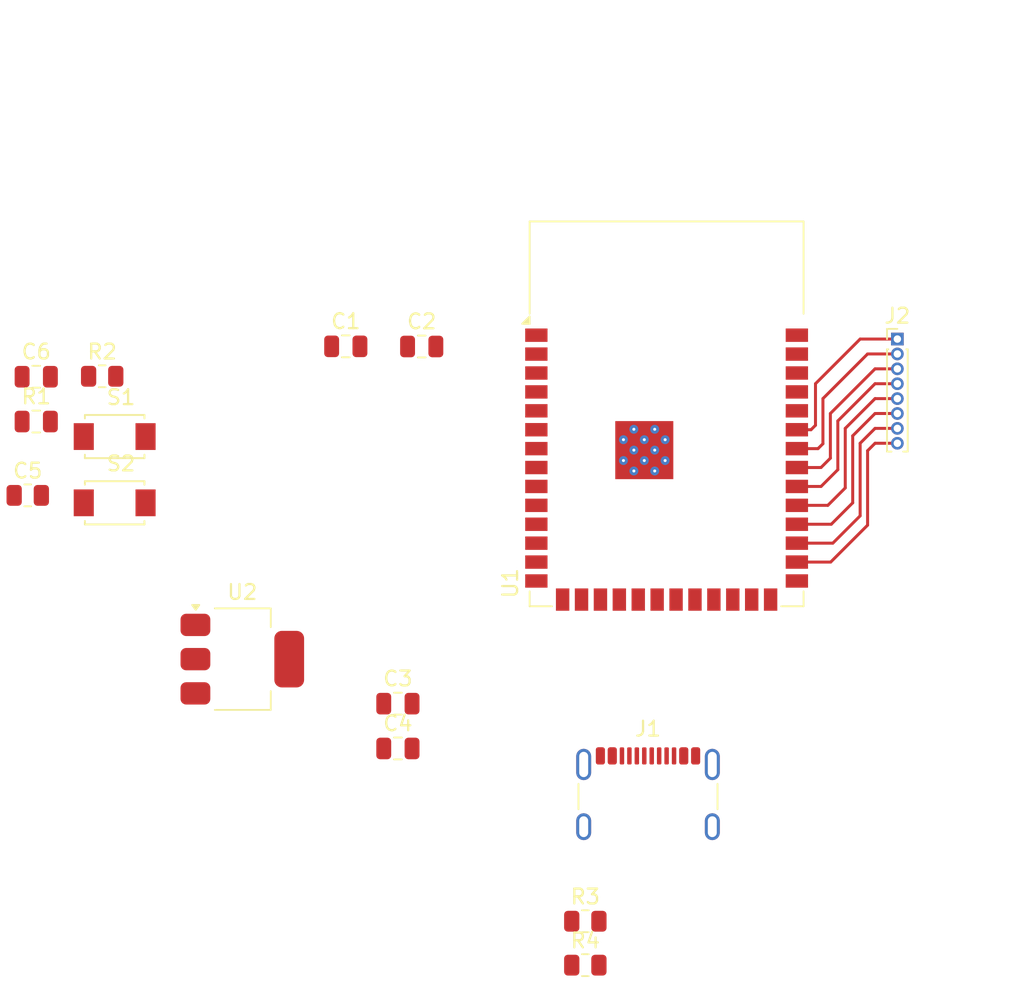
<source format=kicad_pcb>
(kicad_pcb (version 20240108) (generator "pcbnew") (generator_version "8.0")
  (layers (0 "F.Cu" signal) (31 "B.Cu" signal) (34 "B.Paste" user) (35 "F.Paste" user) (36 "B.SilkS" user "B.Silkscreen") (37 "F.SilkS" user "F.Silkscreen") (38 "B.Mask" user) (39 "F.Mask" user) (44 "Edge.Cuts" user))
  (net 0 "")
  (net 14 "EN")
  (net 28 "+3V3")
  (net 29 "GND")
  (net 30 "+5V")
  (net 31 "BOOt")
  (net 32 "Net-(R2-Pad2)")
  (net 33 "D+")
  (net 34 "Net-(J1-CC1)")
  (net 36 "Net-(J1-GND-PadA1)")
  (net 39 "Net-(J1-CC2)")
  (net 40 "D-")
  (net 41 "Net-(J2-Pin_7)")
  (net 42 "Net-(J2-Pin_5)")
  (net 43 "Net-(J2-Pin_4)")
  (net 44 "Net-(J2-Pin_2)")
  (net 45 "Net-(J2-Pin_3)")
  (net 46 "Net-(J2-Pin_1)")
  (net 47 "Net-(J2-Pin_6)")
  (net 48 "Net-(J2-Pin_8)")
  (footprint "TS-1088-AR02016:SW_TS-1088-AR02016" (layer "F.Cu") (at 100.925 83.55)
    (property "Reference" "S1" (at 0.425 -2.635 0) (layer "F.SilkS"))
    (property "Value" "TS-1088-AR02016")
    (fp_line (start -2 -1.45) (end 2 -1.45) (stroke (width 0.127)) (layer "F.SilkS"))
    (fp_line (start -2 -1.22) (end -2 -1.45) (stroke (width 0.127)) (layer "F.SilkS"))
    (fp_line (start -2 1.45) (end -2 1.22) (stroke (width 0.127)) (layer "F.SilkS"))
    (fp_line (start 2 -1.45) (end 2 -1.22) (stroke (width 0.127)) (layer "F.SilkS"))
    (fp_line (start 2 1.45) (end -2 1.45) (stroke (width 0.127)) (layer "F.SilkS"))
    (fp_line (start 2 1.45) (end 2 1.22) (stroke (width 0.127)) (layer "F.SilkS"))
    (pad "1" smd rect (at -2.075 0) (size 1.35 1.8) (layers "F.Cu" "F.Paste" "F.Mask") (net 14 "EN"))
    (pad "2" smd rect (at 2.075 0) (size 1.35 1.8) (layers "F.Cu" "F.Paste" "F.Mask") (net 29 "GND"))
  )
  (footprint "Capacitor_SMD:C_0805_2012Metric" (layer "F.Cu") (at 119.95 104.5)
    (property "Reference" "C4" (at 0 -1.68 0) (layer "F.SilkS"))
    (property "Value" "100nF")
    (fp_line (start -0.261252 -0.735) (end 0.261252 -0.735) (stroke (width 0.12)) (layer "F.SilkS"))
    (fp_line (start -0.261252 0.735) (end 0.261252 0.735) (stroke (width 0.12)) (layer "F.SilkS"))
    (pad "1" smd roundrect (at -0.95 0) (size 1 1.45) (layers "F.Cu" "F.Paste" "F.Mask") (net 28 "+3V3"))
    (pad "2" smd roundrect (at 0.95 0) (size 1 1.45) (layers "F.Cu" "F.Paste" "F.Mask") (net 29 "GND"))
  )
  (footprint "Package_TO_SOT_SMD:SOT-223-3_TabPin2" (layer "F.Cu") (at 109.5 98.5)
    (property "Reference" "U2" (at 0 -4.5 0) (layer "F.SilkS"))
    (property "Value" "AMS1117-3.3")
    (fp_line (start -1.85 -3.41) (end 1.91 -3.41) (stroke (width 0.12)) (layer "F.SilkS"))
    (fp_line (start -1.85 3.41) (end 1.91 3.41) (stroke (width 0.12)) (layer "F.SilkS"))
    (fp_line (start 1.91 -3.41) (end 1.91 -2.15) (stroke (width 0.12)) (layer "F.SilkS"))
    (fp_line (start 1.91 3.41) (end 1.91 2.15) (stroke (width 0.12)) (layer "F.SilkS"))
    (fp_poly (pts (xy -3.13 -3.31) (xy -3.37 -3.64) (xy -2.89 -3.64) (xy -3.13 -3.31)) (stroke (width 0.12)) (fill solid) (layer "F.SilkS"))
    (pad "1" smd roundrect (at -3.15 -2.3) (size 2 1.5) (layers "F.Cu" "F.Paste" "F.Mask") (net 29 "GND"))
    (pad "2" smd roundrect (at -3.15 0) (size 2 1.5) (layers "F.Cu" "F.Paste" "F.Mask") (net 28 "+3V3"))
    (pad "2" smd roundrect (at 3.15 0) (size 2 3.8) (layers "F.Cu" "F.Paste" "F.Mask") (net 28 "+3V3"))
    (pad "3" smd roundrect (at -3.15 2.3) (size 2 1.5) (layers "F.Cu" "F.Paste" "F.Mask") (net 30 "+5V"))
  )
  (footprint "Connector_PinHeader_1.00mm:PinHeader_1x08_P1.00mm_Vertical" (layer "F.Cu") (at 153.5 77)
    (property "Reference" "J2" (at 0 -1.56 0) (layer "F.SilkS"))
    (property "Value" "Conn_01x08_Pin")
    (fp_line (start -0.695 -0.685) (end 0 -0.685) (stroke (width 0.12)) (layer "F.SilkS"))
    (fp_line (start -0.695 0) (end -0.695 -0.685) (stroke (width 0.12)) (layer "F.SilkS"))
    (fp_line (start -0.695 0.685) (end -0.695 7.56) (stroke (width 0.12)) (layer "F.SilkS"))
    (fp_line (start -0.695 0.685) (end -0.608276 0.685) (stroke (width 0.12)) (layer "F.SilkS"))
    (fp_line (start -0.695 7.56) (end -0.394493 7.56) (stroke (width 0.12)) (layer "F.SilkS"))
    (fp_line (start 0.394493 7.56) (end 0.695 7.56) (stroke (width 0.12)) (layer "F.SilkS"))
    (fp_line (start 0.608276 0.685) (end 0.695 0.685) (stroke (width 0.12)) (layer "F.SilkS"))
    (fp_line (start 0.695 0.685) (end 0.695 7.56) (stroke (width 0.12)) (layer "F.SilkS"))
    (pad "1" thru_hole rect (at 0 0) (size 0.85 0.85) (drill 0.5) (layers "*.Cu" "*.Mask" "In1.Cu" "In2.Cu" "In3.Cu" "In4.Cu" "In5.Cu" "In6.Cu" "In7.Cu" "In8.Cu" "In9.Cu" "In10.Cu" "In11.Cu" "In12.Cu" "In13.Cu" "In14.Cu" "In15.Cu" "In16.Cu" "In17.Cu" "In18.Cu" "In19.Cu" "In20.Cu" "In21.Cu" "In22.Cu" "In23.Cu" "In24.Cu" "In25.Cu" "In26.Cu" "In27.Cu" "In28.Cu" "In29.Cu" "In30.Cu") (net 46 "Net-(J2-Pin_1)"))
    (pad "2" thru_hole oval (at 0 1) (size 0.85 0.85) (drill 0.5) (layers "*.Cu" "*.Mask" "In1.Cu" "In2.Cu" "In3.Cu" "In4.Cu" "In5.Cu" "In6.Cu" "In7.Cu" "In8.Cu" "In9.Cu" "In10.Cu" "In11.Cu" "In12.Cu" "In13.Cu" "In14.Cu" "In15.Cu" "In16.Cu" "In17.Cu" "In18.Cu" "In19.Cu" "In20.Cu" "In21.Cu" "In22.Cu" "In23.Cu" "In24.Cu" "In25.Cu" "In26.Cu" "In27.Cu" "In28.Cu" "In29.Cu" "In30.Cu") (net 44 "Net-(J2-Pin_2)"))
    (pad "3" thru_hole oval (at 0 2) (size 0.85 0.85) (drill 0.5) (layers "*.Cu" "*.Mask" "In1.Cu" "In2.Cu" "In3.Cu" "In4.Cu" "In5.Cu" "In6.Cu" "In7.Cu" "In8.Cu" "In9.Cu" "In10.Cu" "In11.Cu" "In12.Cu" "In13.Cu" "In14.Cu" "In15.Cu" "In16.Cu" "In17.Cu" "In18.Cu" "In19.Cu" "In20.Cu" "In21.Cu" "In22.Cu" "In23.Cu" "In24.Cu" "In25.Cu" "In26.Cu" "In27.Cu" "In28.Cu" "In29.Cu" "In30.Cu") (net 45 "Net-(J2-Pin_3)"))
    (pad "4" thru_hole oval (at 0 3) (size 0.85 0.85) (drill 0.5) (layers "*.Cu" "*.Mask" "In1.Cu" "In2.Cu" "In3.Cu" "In4.Cu" "In5.Cu" "In6.Cu" "In7.Cu" "In8.Cu" "In9.Cu" "In10.Cu" "In11.Cu" "In12.Cu" "In13.Cu" "In14.Cu" "In15.Cu" "In16.Cu" "In17.Cu" "In18.Cu" "In19.Cu" "In20.Cu" "In21.Cu" "In22.Cu" "In23.Cu" "In24.Cu" "In25.Cu" "In26.Cu" "In27.Cu" "In28.Cu" "In29.Cu" "In30.Cu") (net 43 "Net-(J2-Pin_4)"))
    (pad "5" thru_hole oval (at 0 4) (size 0.85 0.85) (drill 0.5) (layers "*.Cu" "*.Mask" "In1.Cu" "In2.Cu" "In3.Cu" "In4.Cu" "In5.Cu" "In6.Cu" "In7.Cu" "In8.Cu" "In9.Cu" "In10.Cu" "In11.Cu" "In12.Cu" "In13.Cu" "In14.Cu" "In15.Cu" "In16.Cu" "In17.Cu" "In18.Cu" "In19.Cu" "In20.Cu" "In21.Cu" "In22.Cu" "In23.Cu" "In24.Cu" "In25.Cu" "In26.Cu" "In27.Cu" "In28.Cu" "In29.Cu" "In30.Cu") (net 42 "Net-(J2-Pin_5)"))
    (pad "6" thru_hole oval (at 0 5) (size 0.85 0.85) (drill 0.5) (layers "*.Cu" "*.Mask" "In1.Cu" "In2.Cu" "In3.Cu" "In4.Cu" "In5.Cu" "In6.Cu" "In7.Cu" "In8.Cu" "In9.Cu" "In10.Cu" "In11.Cu" "In12.Cu" "In13.Cu" "In14.Cu" "In15.Cu" "In16.Cu" "In17.Cu" "In18.Cu" "In19.Cu" "In20.Cu" "In21.Cu" "In22.Cu" "In23.Cu" "In24.Cu" "In25.Cu" "In26.Cu" "In27.Cu" "In28.Cu" "In29.Cu" "In30.Cu") (net 47 "Net-(J2-Pin_6)"))
    (pad "7" thru_hole oval (at 0 6) (size 0.85 0.85) (drill 0.5) (layers "*.Cu" "*.Mask" "In1.Cu" "In2.Cu" "In3.Cu" "In4.Cu" "In5.Cu" "In6.Cu" "In7.Cu" "In8.Cu" "In9.Cu" "In10.Cu" "In11.Cu" "In12.Cu" "In13.Cu" "In14.Cu" "In15.Cu" "In16.Cu" "In17.Cu" "In18.Cu" "In19.Cu" "In20.Cu" "In21.Cu" "In22.Cu" "In23.Cu" "In24.Cu" "In25.Cu" "In26.Cu" "In27.Cu" "In28.Cu" "In29.Cu" "In30.Cu") (net 41 "Net-(J2-Pin_7)"))
    (pad "8" thru_hole oval (at 0 7) (size 0.85 0.85) (drill 0.5) (layers "*.Cu" "*.Mask" "In1.Cu" "In2.Cu" "In3.Cu" "In4.Cu" "In5.Cu" "In6.Cu" "In7.Cu" "In8.Cu" "In9.Cu" "In10.Cu" "In11.Cu" "In12.Cu" "In13.Cu" "In14.Cu" "In15.Cu" "In16.Cu" "In17.Cu" "In18.Cu" "In19.Cu" "In20.Cu" "In21.Cu" "In22.Cu" "In23.Cu" "In24.Cu" "In25.Cu" "In26.Cu" "In27.Cu" "In28.Cu" "In29.Cu" "In30.Cu") (net 48 "Net-(J2-Pin_8)"))
  )
  (footprint "RF_Module:ESP32-S3-WROOM-1" (layer "F.Cu") (at 138 82)
    (property "Reference" "U1" (at -10.5 11.4 90) (layer "F.SilkS"))
    (property "Value" "ESP32-S3-WROOM-1")
    (fp_line (start -9.2 -12.9) (end -9.2 -6.7) (stroke (width 0.12)) (layer "F.SilkS"))
    (fp_line (start -9.2 -12.9) (end 9.2 -12.9) (stroke (width 0.12)) (layer "F.SilkS"))
    (fp_line (start -9.2 11.95) (end -9.2 12.95) (stroke (width 0.12)) (layer "F.SilkS"))
    (fp_line (start -9.2 12.95) (end -7.7 12.95) (stroke (width 0.12)) (layer "F.SilkS"))
    (fp_line (start 9.2 -12.9) (end 9.2 -6.7) (stroke (width 0.12)) (layer "F.SilkS"))
    (fp_line (start 9.2 12.95) (end 7.7 12.95) (stroke (width 0.12)) (layer "F.SilkS"))
    (fp_line (start 9.2 12.95) (end 9.2 11.95) (stroke (width 0.12)) (layer "F.SilkS"))
    (fp_poly (pts (xy -9.2 -6.025) (xy -9.7 -6.025) (xy -9.2 -6.525) (xy -9.2 -6.025)) (stroke (width 0.12)) (fill solid) (layer "F.SilkS"))
    (pad "1" smd rect (at -8.75 -5.26) (size 1.5 0.9) (layers "F.Cu" "F.Paste" "F.Mask") (net 29 "GND"))
    (pad "2" smd rect (at -8.75 -3.99) (size 1.5 0.9) (layers "F.Cu" "F.Paste" "F.Mask") (net 28 "+3V3"))
    (pad "3" smd rect (at -8.75 -2.72) (size 1.5 0.9) (layers "F.Cu" "F.Paste" "F.Mask") (net 14 "EN"))
    (pad "4" smd rect (at -8.75 -1.45) (size 1.5 0.9) (layers "F.Cu" "F.Paste" "F.Mask"))
    (pad "5" smd rect (at -8.75 -0.18) (size 1.5 0.9) (layers "F.Cu" "F.Paste" "F.Mask"))
    (pad "6" smd rect (at -8.75 1.09) (size 1.5 0.9) (layers "F.Cu" "F.Paste" "F.Mask"))
    (pad "7" smd rect (at -8.75 2.36) (size 1.5 0.9) (layers "F.Cu" "F.Paste" "F.Mask"))
    (pad "8" smd rect (at -8.75 3.63) (size 1.5 0.9) (layers "F.Cu" "F.Paste" "F.Mask"))
    (pad "9" smd rect (at -8.75 4.9) (size 1.5 0.9) (layers "F.Cu" "F.Paste" "F.Mask"))
    (pad "10" smd rect (at -8.75 6.17) (size 1.5 0.9) (layers "F.Cu" "F.Paste" "F.Mask"))
    (pad "11" smd rect (at -8.75 7.44) (size 1.5 0.9) (layers "F.Cu" "F.Paste" "F.Mask"))
    (pad "12" smd rect (at -8.75 8.71) (size 1.5 0.9) (layers "F.Cu" "F.Paste" "F.Mask"))
    (pad "13" smd rect (at -8.75 9.98) (size 1.5 0.9) (layers "F.Cu" "F.Paste" "F.Mask") (net 40 "D-"))
    (pad "14" smd rect (at -8.75 11.25 180) (size 1.5 0.9) (layers "F.Cu" "F.Paste" "F.Mask") (net 33 "D+"))
    (pad "15" smd rect (at -6.985 12.5 270) (size 1.5 0.9) (layers "F.Cu" "F.Paste" "F.Mask"))
    (pad "16" smd rect (at -5.715 12.5 270) (size 1.5 0.9) (layers "F.Cu" "F.Paste" "F.Mask"))
    (pad "17" smd rect (at -4.445 12.5 270) (size 1.5 0.9) (layers "F.Cu" "F.Paste" "F.Mask"))
    (pad "18" smd rect (at -3.175 12.5 270) (size 1.5 0.9) (layers "F.Cu" "F.Paste" "F.Mask"))
    (pad "19" smd rect (at -1.905 12.5 270) (size 1.5 0.9) (layers "F.Cu" "F.Paste" "F.Mask"))
    (pad "20" smd rect (at -0.635 12.5 270) (size 1.5 0.9) (layers "F.Cu" "F.Paste" "F.Mask"))
    (pad "21" smd rect (at 0.635 12.5 270) (size 1.5 0.9) (layers "F.Cu" "F.Paste" "F.Mask"))
    (pad "22" smd rect (at 1.905 12.5 270) (size 1.5 0.9) (layers "F.Cu" "F.Paste" "F.Mask"))
    (pad "23" smd rect (at 3.175 12.5 270) (size 1.5 0.9) (layers "F.Cu" "F.Paste" "F.Mask"))
    (pad "24" smd rect (at 4.445 12.5 270) (size 1.5 0.9) (layers "F.Cu" "F.Paste" "F.Mask"))
    (pad "25" smd rect (at 5.715 12.5 270) (size 1.5 0.9) (layers "F.Cu" "F.Paste" "F.Mask"))
    (pad "26" smd rect (at 6.985 12.5 270) (size 1.5 0.9) (layers "F.Cu" "F.Paste" "F.Mask"))
    (pad "27" smd rect (at 8.75 11.25) (size 1.5 0.9) (layers "F.Cu" "F.Paste" "F.Mask"))
    (pad "28" smd rect (at 8.75 9.98) (size 1.5 0.9) (layers "F.Cu" "F.Paste" "F.Mask") (net 48 "Net-(J2-Pin_8)"))
    (pad "29" smd rect (at 8.75 8.71) (size 1.5 0.9) (layers "F.Cu" "F.Paste" "F.Mask") (net 41 "Net-(J2-Pin_7)"))
    (pad "30" smd rect (at 8.75 7.44) (size 1.5 0.9) (layers "F.Cu" "F.Paste" "F.Mask") (net 47 "Net-(J2-Pin_6)"))
    (pad "31" smd rect (at 8.75 6.17) (size 1.5 0.9) (layers "F.Cu" "F.Paste" "F.Mask") (net 42 "Net-(J2-Pin_5)"))
    (pad "32" smd rect (at 8.75 4.9) (size 1.5 0.9) (layers "F.Cu" "F.Paste" "F.Mask") (net 43 "Net-(J2-Pin_4)"))
    (pad "33" smd rect (at 8.75 3.63) (size 1.5 0.9) (layers "F.Cu" "F.Paste" "F.Mask") (net 45 "Net-(J2-Pin_3)"))
    (pad "34" smd rect (at 8.75 2.36) (size 1.5 0.9) (layers "F.Cu" "F.Paste" "F.Mask") (net 44 "Net-(J2-Pin_2)"))
    (pad "35" smd rect (at 8.75 1.09) (size 1.5 0.9) (layers "F.Cu" "F.Paste" "F.Mask") (net 46 "Net-(J2-Pin_1)"))
    (pad "36" smd rect (at 8.75 -0.18) (size 1.5 0.9) (layers "F.Cu" "F.Paste" "F.Mask"))
    (pad "37" smd rect (at 8.75 -1.45) (size 1.5 0.9) (layers "F.Cu" "F.Paste" "F.Mask"))
    (pad "38" smd rect (at 8.75 -2.72) (size 1.5 0.9) (layers "F.Cu" "F.Paste" "F.Mask"))
    (pad "39" smd rect (at 8.75 -3.99) (size 1.5 0.9) (layers "F.Cu" "F.Paste" "F.Mask"))
    (pad "40" smd rect (at 8.75 -5.26) (size 1.5 0.9) (layers "F.Cu" "F.Paste" "F.Mask") (net 29 "GND"))
    (pad "41" thru_hole circle (at -2.9 1.76 90) (size 0.6 0.6) (drill 0.2) (property pad_prop_heatsink) (layers "*.Cu" "In1.Cu" "In2.Cu" "In3.Cu" "In4.Cu" "In5.Cu" "In6.Cu" "In7.Cu" "In8.Cu" "In9.Cu" "In10.Cu" "In11.Cu" "In12.Cu" "In13.Cu" "In14.Cu" "In15.Cu" "In16.Cu" "In17.Cu" "In18.Cu" "In19.Cu" "In20.Cu" "In21.Cu" "In22.Cu" "In23.Cu" "In24.Cu" "In25.Cu" "In26.Cu" "In27.Cu" "In28.Cu" "In29.Cu" "In30.Cu" "F.Mask") (net 29 "GND"))
    (pad "41" thru_hole circle (at -2.9 3.16) (size 0.6 0.6) (drill 0.2) (property pad_prop_heatsink) (layers "*.Cu" "In1.Cu" "In2.Cu" "In3.Cu" "In4.Cu" "In5.Cu" "In6.Cu" "In7.Cu" "In8.Cu" "In9.Cu" "In10.Cu" "In11.Cu" "In12.Cu" "In13.Cu" "In14.Cu" "In15.Cu" "In16.Cu" "In17.Cu" "In18.Cu" "In19.Cu" "In20.Cu" "In21.Cu" "In22.Cu" "In23.Cu" "In24.Cu" "In25.Cu" "In26.Cu" "In27.Cu" "In28.Cu" "In29.Cu" "In30.Cu" "F.Mask") (net 29 "GND"))
    (pad "41" thru_hole circle (at -2.2 1.06) (size 0.6 0.6) (drill 0.2) (property pad_prop_heatsink) (layers "*.Cu" "In1.Cu" "In2.Cu" "In3.Cu" "In4.Cu" "In5.Cu" "In6.Cu" "In7.Cu" "In8.Cu" "In9.Cu" "In10.Cu" "In11.Cu" "In12.Cu" "In13.Cu" "In14.Cu" "In15.Cu" "In16.Cu" "In17.Cu" "In18.Cu" "In19.Cu" "In20.Cu" "In21.Cu" "In22.Cu" "In23.Cu" "In24.Cu" "In25.Cu" "In26.Cu" "In27.Cu" "In28.Cu" "In29.Cu" "In30.Cu" "F.Mask") (net 29 "GND"))
    (pad "41" thru_hole circle (at -2.2 2.46) (size 0.6 0.6) (drill 0.2) (property pad_prop_heatsink) (layers "*.Cu" "In1.Cu" "In2.Cu" "In3.Cu" "In4.Cu" "In5.Cu" "In6.Cu" "In7.Cu" "In8.Cu" "In9.Cu" "In10.Cu" "In11.Cu" "In12.Cu" "In13.Cu" "In14.Cu" "In15.Cu" "In16.Cu" "In17.Cu" "In18.Cu" "In19.Cu" "In20.Cu" "In21.Cu" "In22.Cu" "In23.Cu" "In24.Cu" "In25.Cu" "In26.Cu" "In27.Cu" "In28.Cu" "In29.Cu" "In30.Cu" "F.Mask") (net 29 "GND"))
    (pad "41" thru_hole circle (at -2.2 3.86) (size 0.6 0.6) (drill 0.2) (property pad_prop_heatsink) (layers "*.Cu" "In1.Cu" "In2.Cu" "In3.Cu" "In4.Cu" "In5.Cu" "In6.Cu" "In7.Cu" "In8.Cu" "In9.Cu" "In10.Cu" "In11.Cu" "In12.Cu" "In13.Cu" "In14.Cu" "In15.Cu" "In16.Cu" "In17.Cu" "In18.Cu" "In19.Cu" "In20.Cu" "In21.Cu" "In22.Cu" "In23.Cu" "In24.Cu" "In25.Cu" "In26.Cu" "In27.Cu" "In28.Cu" "In29.Cu" "In30.Cu" "F.Mask") (net 29 "GND"))
    (pad "41" thru_hole circle (at -1.5 1.76) (size 0.6 0.6) (drill 0.2) (property pad_prop_heatsink) (layers "*.Cu" "In1.Cu" "In2.Cu" "In3.Cu" "In4.Cu" "In5.Cu" "In6.Cu" "In7.Cu" "In8.Cu" "In9.Cu" "In10.Cu" "In11.Cu" "In12.Cu" "In13.Cu" "In14.Cu" "In15.Cu" "In16.Cu" "In17.Cu" "In18.Cu" "In19.Cu" "In20.Cu" "In21.Cu" "In22.Cu" "In23.Cu" "In24.Cu" "In25.Cu" "In26.Cu" "In27.Cu" "In28.Cu" "In29.Cu" "In30.Cu" "F.Mask") (net 29 "GND"))
    (pad "41" smd rect (at -1.5 2.46 270) (size 3.9 3.9) (property pad_prop_heatsink) (layers "F.Cu" "F.Mask") (net 29 "GND"))
    (pad "41" thru_hole circle (at -1.5 3.16) (size 0.6 0.6) (drill 0.2) (property pad_prop_heatsink) (layers "*.Cu" "In1.Cu" "In2.Cu" "In3.Cu" "In4.Cu" "In5.Cu" "In6.Cu" "In7.Cu" "In8.Cu" "In9.Cu" "In10.Cu" "In11.Cu" "In12.Cu" "In13.Cu" "In14.Cu" "In15.Cu" "In16.Cu" "In17.Cu" "In18.Cu" "In19.Cu" "In20.Cu" "In21.Cu" "In22.Cu" "In23.Cu" "In24.Cu" "In25.Cu" "In26.Cu" "In27.Cu" "In28.Cu" "In29.Cu" "In30.Cu" "F.Mask") (net 29 "GND"))
    (pad "41" thru_hole circle (at -0.8 1.06) (size 0.6 0.6) (drill 0.2) (property pad_prop_heatsink) (layers "*.Cu" "In1.Cu" "In2.Cu" "In3.Cu" "In4.Cu" "In5.Cu" "In6.Cu" "In7.Cu" "In8.Cu" "In9.Cu" "In10.Cu" "In11.Cu" "In12.Cu" "In13.Cu" "In14.Cu" "In15.Cu" "In16.Cu" "In17.Cu" "In18.Cu" "In19.Cu" "In20.Cu" "In21.Cu" "In22.Cu" "In23.Cu" "In24.Cu" "In25.Cu" "In26.Cu" "In27.Cu" "In28.Cu" "In29.Cu" "In30.Cu" "F.Mask") (net 29 "GND"))
    (pad "41" thru_hole circle (at -0.8 2.46) (size 0.6 0.6) (drill 0.2) (property pad_prop_heatsink) (layers "*.Cu" "In1.Cu" "In2.Cu" "In3.Cu" "In4.Cu" "In5.Cu" "In6.Cu" "In7.Cu" "In8.Cu" "In9.Cu" "In10.Cu" "In11.Cu" "In12.Cu" "In13.Cu" "In14.Cu" "In15.Cu" "In16.Cu" "In17.Cu" "In18.Cu" "In19.Cu" "In20.Cu" "In21.Cu" "In22.Cu" "In23.Cu" "In24.Cu" "In25.Cu" "In26.Cu" "In27.Cu" "In28.Cu" "In29.Cu" "In30.Cu" "F.Mask") (net 29 "GND"))
    (pad "41" thru_hole circle (at -0.8 3.86) (size 0.6 0.6) (drill 0.2) (property pad_prop_heatsink) (layers "*.Cu" "In1.Cu" "In2.Cu" "In3.Cu" "In4.Cu" "In5.Cu" "In6.Cu" "In7.Cu" "In8.Cu" "In9.Cu" "In10.Cu" "In11.Cu" "In12.Cu" "In13.Cu" "In14.Cu" "In15.Cu" "In16.Cu" "In17.Cu" "In18.Cu" "In19.Cu" "In20.Cu" "In21.Cu" "In22.Cu" "In23.Cu" "In24.Cu" "In25.Cu" "In26.Cu" "In27.Cu" "In28.Cu" "In29.Cu" "In30.Cu" "F.Mask") (net 29 "GND"))
    (pad "41" thru_hole circle (at -0.1 1.76) (size 0.6 0.6) (drill 0.2) (property pad_prop_heatsink) (layers "*.Cu" "In1.Cu" "In2.Cu" "In3.Cu" "In4.Cu" "In5.Cu" "In6.Cu" "In7.Cu" "In8.Cu" "In9.Cu" "In10.Cu" "In11.Cu" "In12.Cu" "In13.Cu" "In14.Cu" "In15.Cu" "In16.Cu" "In17.Cu" "In18.Cu" "In19.Cu" "In20.Cu" "In21.Cu" "In22.Cu" "In23.Cu" "In24.Cu" "In25.Cu" "In26.Cu" "In27.Cu" "In28.Cu" "In29.Cu" "In30.Cu" "F.Mask") (net 29 "GND"))
    (pad "41" thru_hole circle (at -0.1 3.16) (size 0.6 0.6) (drill 0.2) (property pad_prop_heatsink) (layers "*.Cu" "In1.Cu" "In2.Cu" "In3.Cu" "In4.Cu" "In5.Cu" "In6.Cu" "In7.Cu" "In8.Cu" "In9.Cu" "In10.Cu" "In11.Cu" "In12.Cu" "In13.Cu" "In14.Cu" "In15.Cu" "In16.Cu" "In17.Cu" "In18.Cu" "In19.Cu" "In20.Cu" "In21.Cu" "In22.Cu" "In23.Cu" "In24.Cu" "In25.Cu" "In26.Cu" "In27.Cu" "In28.Cu" "In29.Cu" "In30.Cu" "F.Mask") (net 29 "GND"))
  )
  (footprint "Resistor_SMD:R_0805_2012Metric" (layer "F.Cu") (at 132.54 116.105)
    (property "Reference" "R3" (at 0 -1.65 0) (layer "F.SilkS"))
    (property "Value" "5.1K")
    (fp_line (start -0.227064 -0.735) (end 0.227064 -0.735) (stroke (width 0.12)) (layer "F.SilkS"))
    (fp_line (start -0.227064 0.735) (end 0.227064 0.735) (stroke (width 0.12)) (layer "F.SilkS"))
    (pad "1" smd roundrect (at -0.9125 0) (size 1.025 1.4) (layers "F.Cu" "F.Paste" "F.Mask") (roundrect_rratio 0.243902) (net 39 "Net-(J1-CC2)"))
    (pad "2" smd roundrect (at 0.9125 0) (size 1.025 1.4) (layers "F.Cu" "F.Paste" "F.Mask") (roundrect_rratio 0.243902) (net 29 "GND"))
  )
  (footprint "Connector_USB:USB_C_Receptacle_GCT_USB4105-xx-A_16P_TopMnt_Horizontal" (layer "F.Cu") (at 136.75 108.68)
    (property "Reference" "J1" (at 0 -5.5 0) (layer "F.SilkS"))
    (property "Value" "USB_C_Receptacle_USB2.0_16P")
    (fp_line (start -4.67 -0.1) (end -4.67 -1.8) (stroke (width 0.12)) (layer "F.SilkS"))
    (fp_line (start 4.67 -0.1) (end 4.67 -1.8) (stroke (width 0.12)) (layer "F.SilkS"))
    (pad "" np_thru_hole circle (at -2.89 -2.605) (size 0.65 0.65) (drill 0.65) (layers "*.Cu" "*.Mask" "In1.Cu" "In2.Cu" "In3.Cu" "In4.Cu" "In5.Cu" "In6.Cu" "In7.Cu" "In8.Cu" "In9.Cu" "In10.Cu" "In11.Cu" "In12.Cu" "In13.Cu" "In14.Cu" "In15.Cu" "In16.Cu" "In17.Cu" "In18.Cu" "In19.Cu" "In20.Cu" "In21.Cu" "In22.Cu" "In23.Cu" "In24.Cu" "In25.Cu" "In26.Cu" "In27.Cu" "In28.Cu" "In29.Cu" "In30.Cu"))
    (pad "" np_thru_hole circle (at 2.89 -2.605) (size 0.65 0.65) (drill 0.65) (layers "*.Cu" "*.Mask" "In1.Cu" "In2.Cu" "In3.Cu" "In4.Cu" "In5.Cu" "In6.Cu" "In7.Cu" "In8.Cu" "In9.Cu" "In10.Cu" "In11.Cu" "In12.Cu" "In13.Cu" "In14.Cu" "In15.Cu" "In16.Cu" "In17.Cu" "In18.Cu" "In19.Cu" "In20.Cu" "In21.Cu" "In22.Cu" "In23.Cu" "In24.Cu" "In25.Cu" "In26.Cu" "In27.Cu" "In28.Cu" "In29.Cu" "In30.Cu"))
    (pad "A1" smd roundrect (at -3.2 -3.68) (size 0.6 1.15) (layers "F.Cu" "F.Paste" "F.Mask") (net 36 "Net-(J1-GND-PadA1)"))
    (pad "A4" smd roundrect (at -2.4 -3.68) (size 0.6 1.15) (layers "F.Cu" "F.Paste" "F.Mask") (net 28 "+3V3"))
    (pad "A5" smd roundrect (at -1.25 -3.68) (size 0.3 1.15) (layers "F.Cu" "F.Paste" "F.Mask") (net 34 "Net-(J1-CC1)"))
    (pad "A6" smd roundrect (at -0.25 -3.68) (size 0.3 1.15) (layers "F.Cu" "F.Paste" "F.Mask") (net 33 "D+"))
    (pad "A7" smd roundrect (at 0.25 -3.68) (size 0.3 1.15) (layers "F.Cu" "F.Paste" "F.Mask") (net 40 "D-"))
    (pad "A8" smd roundrect (at 1.25 -3.68) (size 0.3 1.15) (layers "F.Cu" "F.Paste" "F.Mask"))
    (pad "A9" smd roundrect (at 2.4 -3.68) (size 0.6 1.15) (layers "F.Cu" "F.Paste" "F.Mask") (net 28 "+3V3"))
    (pad "A12" smd roundrect (at 3.2 -3.68) (size 0.6 1.15) (layers "F.Cu" "F.Paste" "F.Mask") (net 36 "Net-(J1-GND-PadA1)"))
    (pad "B1" smd roundrect (at 3.2 -3.68) (size 0.6 1.15) (layers "F.Cu" "F.Paste" "F.Mask") (net 36 "Net-(J1-GND-PadA1)"))
    (pad "B4" smd roundrect (at 2.4 -3.68) (size 0.6 1.15) (layers "F.Cu" "F.Paste" "F.Mask") (net 28 "+3V3"))
    (pad "B5" smd roundrect (at 1.75 -3.68) (size 0.3 1.15) (layers "F.Cu" "F.Paste" "F.Mask") (net 39 "Net-(J1-CC2)"))
    (pad "B6" smd roundrect (at 0.75 -3.68) (size 0.3 1.15) (layers "F.Cu" "F.Paste" "F.Mask") (net 33 "D+"))
    (pad "B7" smd roundrect (at -0.75 -3.68) (size 0.3 1.15) (layers "F.Cu" "F.Paste" "F.Mask") (net 40 "D-"))
    (pad "B8" smd roundrect (at -1.75 -3.68) (size 0.3 1.15) (layers "F.Cu" "F.Paste" "F.Mask"))
    (pad "B9" smd roundrect (at -2.4 -3.68) (size 0.6 1.15) (layers "F.Cu" "F.Paste" "F.Mask") (net 28 "+3V3"))
    (pad "B12" smd roundrect (at -3.2 -3.68) (size 0.6 1.15) (layers "F.Cu" "F.Paste" "F.Mask") (net 36 "Net-(J1-GND-PadA1)"))
    (pad "S1" thru_hole oval (at -4.32 -3.105) (size 1 2.1) (drill oval 0.6 1.7) (property pad_prop_heatsink) (layers "*.Cu" "*.Mask" "In1.Cu" "In2.Cu" "In3.Cu" "In4.Cu" "In5.Cu" "In6.Cu" "In7.Cu" "In8.Cu" "In9.Cu" "In10.Cu" "In11.Cu" "In12.Cu" "In13.Cu" "In14.Cu" "In15.Cu" "In16.Cu" "In17.Cu" "In18.Cu" "In19.Cu" "In20.Cu" "In21.Cu" "In22.Cu" "In23.Cu" "In24.Cu" "In25.Cu" "In26.Cu" "In27.Cu" "In28.Cu" "In29.Cu" "In30.Cu" "F.Paste"))
    (pad "S1" thru_hole oval (at -4.32 1.075) (size 1 1.8) (drill oval 0.6 1.4) (property pad_prop_heatsink) (layers "*.Cu" "*.Mask" "In1.Cu" "In2.Cu" "In3.Cu" "In4.Cu" "In5.Cu" "In6.Cu" "In7.Cu" "In8.Cu" "In9.Cu" "In10.Cu" "In11.Cu" "In12.Cu" "In13.Cu" "In14.Cu" "In15.Cu" "In16.Cu" "In17.Cu" "In18.Cu" "In19.Cu" "In20.Cu" "In21.Cu" "In22.Cu" "In23.Cu" "In24.Cu" "In25.Cu" "In26.Cu" "In27.Cu" "In28.Cu" "In29.Cu" "In30.Cu" "F.Paste"))
    (pad "S1" thru_hole oval (at 4.32 -3.105) (size 1 2.1) (drill oval 0.6 1.7) (property pad_prop_heatsink) (layers "*.Cu" "*.Mask" "In1.Cu" "In2.Cu" "In3.Cu" "In4.Cu" "In5.Cu" "In6.Cu" "In7.Cu" "In8.Cu" "In9.Cu" "In10.Cu" "In11.Cu" "In12.Cu" "In13.Cu" "In14.Cu" "In15.Cu" "In16.Cu" "In17.Cu" "In18.Cu" "In19.Cu" "In20.Cu" "In21.Cu" "In22.Cu" "In23.Cu" "In24.Cu" "In25.Cu" "In26.Cu" "In27.Cu" "In28.Cu" "In29.Cu" "In30.Cu" "F.Paste"))
    (pad "S1" thru_hole oval (at 4.32 1.075) (size 1 1.8) (drill oval 0.6 1.4) (property pad_prop_heatsink) (layers "*.Cu" "*.Mask" "In1.Cu" "In2.Cu" "In3.Cu" "In4.Cu" "In5.Cu" "In6.Cu" "In7.Cu" "In8.Cu" "In9.Cu" "In10.Cu" "In11.Cu" "In12.Cu" "In13.Cu" "In14.Cu" "In15.Cu" "In16.Cu" "In17.Cu" "In18.Cu" "In19.Cu" "In20.Cu" "In21.Cu" "In22.Cu" "In23.Cu" "In24.Cu" "In25.Cu" "In26.Cu" "In27.Cu" "In28.Cu" "In29.Cu" "In30.Cu" "F.Paste"))
  )
  (footprint "Capacitor_SMD:C_0805_2012Metric" (layer "F.Cu") (at 95.6575 82.54)
    (property "Reference" "R1" (at 0 -1.68 0) (layer "F.SilkS"))
    (property "Value" "10K")
    (fp_line (start -0.261252 -0.735) (end 0.261252 -0.735) (stroke (width 0.12)) (layer "F.SilkS"))
    (fp_line (start -0.261252 0.735) (end 0.261252 0.735) (stroke (width 0.12)) (layer "F.SilkS"))
    (pad "1" smd roundrect (at -0.95 0) (size 1 1.45) (layers "F.Cu" "F.Paste" "F.Mask") (net 28 "+3V3"))
    (pad "2" smd roundrect (at 0.95 0) (size 1 1.45) (layers "F.Cu" "F.Paste" "F.Mask") (net 14 "EN"))
  )
  (footprint "Resistor_SMD:R_0805_2012Metric" (layer "F.Cu") (at 100.0875 79.5)
    (property "Reference" "R2" (at 0 -1.65 0) (layer "F.SilkS"))
    (property "Value" "100R")
    (fp_line (start -0.227064 -0.735) (end 0.227064 -0.735) (stroke (width 0.12)) (layer "F.SilkS"))
    (fp_line (start -0.227064 0.735) (end 0.227064 0.735) (stroke (width 0.12)) (layer "F.SilkS"))
    (pad "1" smd roundrect (at -0.9125 0) (size 1.025 1.4) (layers "F.Cu" "F.Paste" "F.Mask") (roundrect_rratio 0.243902) (net 31 "BOOt"))
    (pad "2" smd roundrect (at 0.9125 0) (size 1.025 1.4) (layers "F.Cu" "F.Paste" "F.Mask") (roundrect_rratio 0.243902) (net 32 "Net-(R2-Pad2)"))
  )
  (footprint "Capacitor_SMD:C_0805_2012Metric" (layer "F.Cu") (at 119.95 101.49)
    (property "Reference" "C3" (at 0 -1.68 0) (layer "F.SilkS"))
    (property "Value" "22uF")
    (fp_line (start -0.261252 -0.735) (end 0.261252 -0.735) (stroke (width 0.12)) (layer "F.SilkS"))
    (fp_line (start -0.261252 0.735) (end 0.261252 0.735) (stroke (width 0.12)) (layer "F.SilkS"))
    (pad "1" smd roundrect (at -0.95 0) (size 1 1.45) (layers "F.Cu" "F.Paste" "F.Mask") (net 28 "+3V3"))
    (pad "2" smd roundrect (at 0.95 0) (size 1 1.45) (layers "F.Cu" "F.Paste" "F.Mask") (net 29 "GND"))
  )
  (footprint "Capacitor_SMD:C_0805_2012Metric" (layer "F.Cu") (at 121.55 77.5)
    (property "Reference" "C2" (at 0 -1.68 0) (layer "F.SilkS"))
    (property "Value" "10uF")
    (fp_line (start -0.261252 -0.735) (end 0.261252 -0.735) (stroke (width 0.12)) (layer "F.SilkS"))
    (fp_line (start -0.261252 0.735) (end 0.261252 0.735) (stroke (width 0.12)) (layer "F.SilkS"))
    (pad "1" smd roundrect (at -0.95 0) (size 1 1.45) (layers "F.Cu" "F.Paste" "F.Mask") (net 30 "+5V"))
    (pad "2" smd roundrect (at 0.95 0) (size 1 1.45) (layers "F.Cu" "F.Paste" "F.Mask") (net 29 "GND"))
  )
  (footprint "Capacitor_SMD:C_0805_2012Metric" (layer "F.Cu") (at 95.6575 79.53)
    (property "Reference" "C6" (at 0 -1.68 0) (layer "F.SilkS"))
    (property "Value" "100nF")
    (fp_line (start -0.261252 -0.735) (end 0.261252 -0.735) (stroke (width 0.12)) (layer "F.SilkS"))
    (fp_line (start -0.261252 0.735) (end 0.261252 0.735) (stroke (width 0.12)) (layer "F.SilkS"))
    (pad "1" smd roundrect (at -0.95 0) (size 1 1.45) (layers "F.Cu" "F.Paste" "F.Mask") (net 14 "EN"))
    (pad "2" smd roundrect (at 0.95 0) (size 1 1.45) (layers "F.Cu" "F.Paste" "F.Mask") (net 29 "GND"))
  )
  (footprint "Capacitor_SMD:C_0805_2012Metric" (layer "F.Cu") (at 116.45 77.49)
    (property "Reference" "C1" (at 0 -1.68 0) (layer "F.SilkS"))
    (property "Value" "22uF")
    (fp_line (start -0.261252 -0.735) (end 0.261252 -0.735) (stroke (width 0.12)) (layer "F.SilkS"))
    (fp_line (start -0.261252 0.735) (end 0.261252 0.735) (stroke (width 0.12)) (layer "F.SilkS"))
    (pad "1" smd roundrect (at -0.95 0) (size 1 1.45) (layers "F.Cu" "F.Paste" "F.Mask") (net 28 "+3V3"))
    (pad "2" smd roundrect (at 0.95 0) (size 1 1.45) (layers "F.Cu" "F.Paste" "F.Mask") (net 29 "GND"))
  )
  (footprint "Resistor_SMD:R_0805_2012Metric" (layer "F.Cu") (at 95.0875 87.5)
    (property "Reference" "C5" (at 0 -1.65 0) (layer "F.SilkS"))
    (property "Value" "1uF")
    (fp_line (start -0.227064 -0.735) (end 0.227064 -0.735) (stroke (width 0.12)) (layer "F.SilkS"))
    (fp_line (start -0.227064 0.735) (end 0.227064 0.735) (stroke (width 0.12)) (layer "F.SilkS"))
    (pad "1" smd roundrect (at -0.9125 0) (size 1.025 1.4) (layers "F.Cu" "F.Paste" "F.Mask") (roundrect_rratio 0.243902) (net 14 "EN"))
    (pad "2" smd roundrect (at 0.9125 0) (size 1.025 1.4) (layers "F.Cu" "F.Paste" "F.Mask") (roundrect_rratio 0.243902) (net 29 "GND"))
  )
  (footprint "Resistor_SMD:R_0805_2012Metric" (layer "F.Cu") (at 132.54 119.055)
    (property "Reference" "R4" (at 0 -1.65 0) (layer "F.SilkS"))
    (property "Value" "5.1K")
    (fp_line (start -0.227064 -0.735) (end 0.227064 -0.735) (stroke (width 0.12)) (layer "F.SilkS"))
    (fp_line (start -0.227064 0.735) (end 0.227064 0.735) (stroke (width 0.12)) (layer "F.SilkS"))
    (pad "1" smd roundrect (at -0.9125 0) (size 1.025 1.4) (layers "F.Cu" "F.Paste" "F.Mask") (roundrect_rratio 0.243902) (net 34 "Net-(J1-CC1)"))
    (pad "2" smd roundrect (at 0.9125 0) (size 1.025 1.4) (layers "F.Cu" "F.Paste" "F.Mask") (roundrect_rratio 0.243902) (net 29 "GND"))
  )
  (footprint "TS-1088-AR02016:SW_TS-1088-AR02016" (layer "F.Cu") (at 100.925 88)
    (property "Reference" "S2" (at 0.425 -2.635 0) (layer "F.SilkS"))
    (property "Value" "TS-1088-AR02016")
    (fp_line (start -2 -1.45) (end 2 -1.45) (stroke (width 0.127)) (layer "F.SilkS"))
    (fp_line (start -2 -1.22) (end -2 -1.45) (stroke (width 0.127)) (layer "F.SilkS"))
    (fp_line (start -2 1.45) (end -2 1.22) (stroke (width 0.127)) (layer "F.SilkS"))
    (fp_line (start 2 -1.45) (end 2 -1.22) (stroke (width 0.127)) (layer "F.SilkS"))
    (fp_line (start 2 1.45) (end -2 1.45) (stroke (width 0.127)) (layer "F.SilkS"))
    (fp_line (start 2 1.45) (end 2 1.22) (stroke (width 0.127)) (layer "F.SilkS"))
    (pad "1" smd rect (at -2.075 0) (size 1.35 1.8) (layers "F.Cu" "F.Paste" "F.Mask") (net 32 "Net-(R2-Pad2)"))
    (pad "2" smd rect (at 2.075 0) (size 1.35 1.8) (layers "F.Cu" "F.Paste" "F.Mask") (net 29 "GND"))
  )
  (segment (start 149.165 90.71) (end 146.75 90.71) (width 0.2) (layer "F.Cu") (net 41))
  (segment (start 152 83) (end 151 84) (width 0.2) (layer "F.Cu") (net 41))
  (segment (start 151 84) (end 151 88.875) (width 0.2) (layer "F.Cu") (net 41))
  (segment (start 151 88.875) (end 149.165 90.71) (width 0.2) (layer "F.Cu") (net 41))
  (segment (start 153.5 83) (end 152 83) (width 0.2) (layer "F.Cu") (net 41))
  (segment (start 150 83) (end 150 87) (width 0.2) (layer "F.Cu") (net 42))
  (segment (start 148.83 88.17) (end 146.75 88.17) (width 0.2) (layer "F.Cu") (net 42))
  (segment (start 152 81) (end 150 83) (width 0.2) (layer "F.Cu") (net 42))
  (segment (start 153.5 81) (end 152 81) (width 0.2) (layer "F.Cu") (net 42))
  (segment (start 150 87) (end 148.83 88.17) (width 0.2) (layer "F.Cu") (net 42))
  (segment (start 146.75 86.9) (end 148.375 86.9) (width 0.2) (layer "F.Cu") (net 43))
  (segment (start 149.5 82.5) (end 152 80) (width 0.2) (layer "F.Cu") (net 43))
  (segment (start 148.375 86.9) (end 149.5 85.775) (width 0.2) (layer "F.Cu") (net 43))
  (segment (start 149.5 85.775) (end 149.5 82.5) (width 0.2) (layer "F.Cu") (net 43))
  (segment (start 152 80) (end 153.5 80) (width 0.2) (layer "F.Cu") (net 43))
  (segment (start 148.17 84.36) (end 148.5 84.03) (width 0.2) (layer "F.Cu") (net 44))
  (segment (start 151.5 78) (end 153.5 78) (width 0.2) (layer "F.Cu") (net 44))
  (segment (start 146.75 84.36) (end 148.17 84.36) (width 0.2) (layer "F.Cu") (net 44))
  (segment (start 148.5 81) (end 151.5 78) (width 0.2) (layer "F.Cu") (net 44))
  (segment (start 148.5 84.03) (end 148.5 81) (width 0.2) (layer "F.Cu") (net 44))
  (segment (start 149 85) (end 149 82) (width 0.2) (layer "F.Cu") (net 45))
  (segment (start 152 79) (end 153.5 79) (width 0.2) (layer "F.Cu") (net 45))
  (segment (start 149 82) (end 152 79) (width 0.2) (layer "F.Cu") (net 45))
  (segment (start 148.37 85.63) (end 149 85) (width 0.2) (layer "F.Cu") (net 45))
  (segment (start 146.75 85.63) (end 148.37 85.63) (width 0.2) (layer "F.Cu") (net 45))
  (segment (start 148 82.79) (end 148 80) (width 0.2) (layer "F.Cu") (net 46))
  (segment (start 146.75 83.09) (end 147.7 83.09) (width 0.2) (layer "F.Cu") (net 46))
  (segment (start 148 80) (end 151 77) (width 0.2) (layer "F.Cu") (net 46))
  (segment (start 147.7 83.09) (end 148 82.79) (width 0.2) (layer "F.Cu") (net 46))
  (segment (start 151 77) (end 153.5 77) (width 0.2) (layer "F.Cu") (net 46))
  (segment (start 152 82) (end 150.5 83.5) (width 0.2) (layer "F.Cu") (net 47))
  (segment (start 153.5 82) (end 152 82) (width 0.2) (layer "F.Cu") (net 47))
  (segment (start 150.5 83.5) (end 150.5 88) (width 0.2) (layer "F.Cu") (net 47))
  (segment (start 150.5 88) (end 149.06 89.44) (width 0.2) (layer "F.Cu") (net 47))
  (segment (start 149.06 89.44) (end 146.75 89.44) (width 0.2) (layer "F.Cu") (net 47))
  (segment (start 151.5 84.5) (end 151.5 89.5) (width 0.2) (layer "F.Cu") (net 48))
  (segment (start 153.5 84) (end 152 84) (width 0.2) (layer "F.Cu") (net 48))
  (segment (start 152 84) (end 151.5 84.5) (width 0.2) (layer "F.Cu") (net 48))
  (segment (start 151.5 89.5) (end 149.02 91.98) (width 0.2) (layer "F.Cu") (net 48))
  (segment (start 149.02 91.98) (end 146.75 91.98) (width 0.2) (layer "F.Cu") (net 48))
)
</source>
